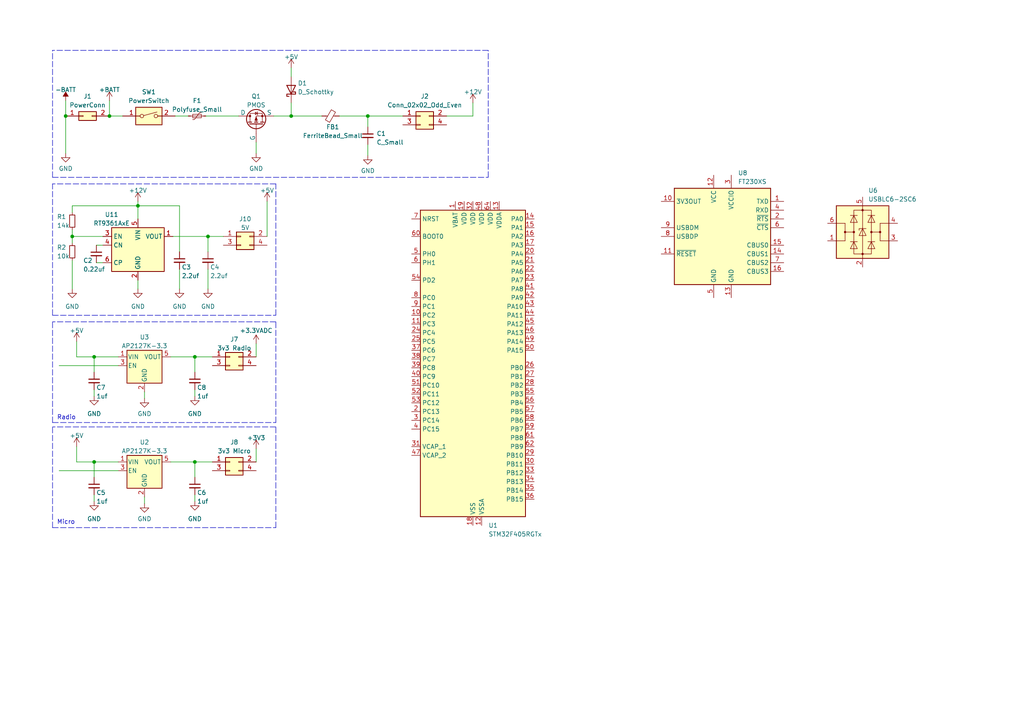
<source format=kicad_sch>
(kicad_sch (version 20230121) (generator eeschema)
  (paper "A4")
  (lib_symbols
    (symbol "Connector_Generic:Conn_02x01" (pin_names (offset 1.016) hide)
      (property "Reference" "J" (at 1.27 2.54 0))
      (property "Value" "Conn_02x01" (at 1.27 -2.54 0))
      (symbol "Conn_02x01_1_1"
        (rectangle (start -1.27 0.127) (end 0 -0.127) (stroke (width 0.1524)))
        (rectangle (start -1.27 1.27) (end 3.81 -1.27) (stroke (width 0.254)) (fill (type background)))
        (rectangle (start 3.81 0.127) (end 2.54 -0.127) (stroke (width 0.1524)))
        (pin passive line (at -5.08 0 0) (length 3.81) (name "Pin_1") (number "1"))
        (pin passive line (at 7.62 0 180) (length 3.81) (name "Pin_2") (number "2"))
      )
    )
    (symbol "Connector_Generic:Conn_02x02_Odd_Even" (pin_names (offset 1.016) hide)
      (property "Reference" "J" (at 1.27 2.54 0))
      (property "Value" "Conn_02x02_Odd_Even" (at 1.27 -5.08 0))
      (symbol "Conn_02x02_Odd_Even_1_1"
        (rectangle (start -1.27 -2.413) (end 0 -2.667) (stroke (width 0.1524)))
        (rectangle (start -1.27 0.127) (end 0 -0.127) (stroke (width 0.1524)))
        (rectangle (start -1.27 1.27) (end 3.81 -3.81) (stroke (width 0.254)) (fill (type background)))
        (rectangle (start 3.81 -2.413) (end 2.54 -2.667) (stroke (width 0.1524)))
        (rectangle (start 3.81 0.127) (end 2.54 -0.127) (stroke (width 0.1524)))
        (pin passive line (at -5.08 0 0) (length 3.81) (name "Pin_1") (number "1"))
        (pin passive line (at 7.62 0 180) (length 3.81) (name "Pin_2") (number "2"))
        (pin passive line (at -5.08 -2.54 0) (length 3.81) (name "Pin_3") (number "3"))
        (pin passive line (at 7.62 -2.54 180) (length 3.81) (name "Pin_4") (number "4"))
      )
    )
    (symbol "Device:C_Small" (pin_numbers hide) (pin_names (offset 0.254) hide)
      (property "Reference" "C" (at 0.254 1.778 0))
      (property "Value" "C_Small" (at 0.254 -2.032 0))
      (symbol "C_Small_0_1"
        (polyline (pts (xy -1.524 -0.508) (xy 1.524 -0.508)) (stroke (width 0.3302)))
        (polyline (pts (xy -1.524 0.508) (xy 1.524 0.508)) (stroke (width 0.3048)))
      )
      (symbol "C_Small_1_1"
        (pin passive line (at 0 2.54 270) (length 2.032) (name "~") (number "1"))
        (pin passive line (at 0 -2.54 90) (length 2.032) (name "~") (number "2"))
      )
    )
    (symbol "Device:D_Schottky" (pin_numbers hide) (pin_names (offset 1.016) hide)
      (property "Reference" "D" (at 0 2.54 0))
      (property "Value" "D_Schottky" (at 0 -2.54 0))
      (symbol "D_Schottky_0_1"
        (polyline (pts (xy 1.27 0) (xy -1.27 0)))
        (polyline (pts (xy 1.27 1.27) (xy 1.27 -1.27) (xy -1.27 0) (xy 1.27 1.27)) (stroke (width 0.254)))
        (polyline (pts (xy -1.905 0.635) (xy -1.905 1.27) (xy -1.27 1.27) (xy -1.27 -1.27) (xy -0.635 -1.27) (xy -0.635 -0.635)) (stroke (width 0.254)))
      )
      (symbol "D_Schottky_1_1"
        (pin passive line (at -3.81 0 0) (length 2.54) (name "K") (number "1"))
        (pin passive line (at 3.81 0 180) (length 2.54) (name "A") (number "2"))
      )
    )
    (symbol "Device:FerriteBead_Small" (pin_numbers hide) (pin_names (offset 0))
      (property "Reference" "FB" (at 1.905 1.27 0))
      (property "Value" "FerriteBead_Small" (at 1.905 -1.27 0))
      (symbol "FerriteBead_Small_0_1"
        (polyline (pts (xy 0 -1.27) (xy 0 -0.7874)))
        (polyline (pts (xy 0 0.889) (xy 0 1.2954)))
        (polyline (pts (xy -1.8288 0.2794) (xy -1.1176 1.4986) (xy 1.8288 -0.2032) (xy 1.1176 -1.4224) (xy -1.8288 0.2794)))
      )
      (symbol "FerriteBead_Small_1_1"
        (pin passive line (at 0 2.54 270) (length 1.27) (name "~") (number "1"))
        (pin passive line (at 0 -2.54 90) (length 1.27) (name "~") (number "2"))
      )
    )
    (symbol "Device:Polyfuse_Small" (pin_numbers hide) (pin_names (offset 0))
      (property "Reference" "F" (at -1.905 0 90))
      (property "Value" "Polyfuse_Small" (at 1.905 0 90))
      (symbol "Polyfuse_Small_0_1"
        (rectangle (start -0.508 1.27) (end 0.508 -1.27))
        (polyline (pts (xy 0 2.54) (xy 0 -2.54)))
        (polyline (pts (xy -1.016 1.27) (xy -1.016 0.762) (xy 1.016 -0.762) (xy 1.016 -1.27)))
      )
      (symbol "Polyfuse_Small_1_1"
        (pin passive line (at 0 2.54 270) (length 0.635) (name "~") (number "1"))
        (pin passive line (at 0 -2.54 90) (length 0.635) (name "~") (number "2"))
      )
    )
    (symbol "Device:R_Small" (pin_numbers hide) (pin_names (offset 0.254) hide)
      (property "Reference" "R" (at 0.762 0.508 0))
      (property "Value" "R_Small" (at 0.762 -1.016 0))
      (symbol "R_Small_0_1"
        (rectangle (start -0.762 1.778) (end 0.762 -1.778) (stroke (width 0.2032)))
      )
      (symbol "R_Small_1_1"
        (pin passive line (at 0 2.54 270) (length 0.762) (name "~") (number "1"))
        (pin passive line (at 0 -2.54 90) (length 0.762) (name "~") (number "2"))
      )
    )
    (symbol "Interface_USB:FT230XS"
      (property "Reference" "U" (at -13.97 15.24 0))
      (property "Value" "FT230XS" (at 7.62 15.24 0))
      (symbol "FT230XS_0_1"
        (rectangle (start -13.97 13.97) (end 13.97 -13.97) (stroke (width 0.254)) (fill (type background)))
      )
      (symbol "FT230XS_1_1"
        (pin output line (at 17.78 10.16 180) (length 3.81) (name "TXD") (number "1"))
        (pin power_out line (at -17.78 10.16 0) (length 3.81) (name "3V3OUT") (number "10"))
        (pin input line (at -17.78 -5.08 0) (length 3.81) (name "~{RESET}") (number "11"))
        (pin power_in line (at -2.54 17.78 270) (length 3.81) (name "VCC") (number "12"))
        (pin power_in line (at 2.54 -17.78 90) (length 3.81) (name "GND") (number "13"))
        (pin bidirectional line (at 17.78 -5.08 180) (length 3.81) (name "CBUS1") (number "14"))
        (pin bidirectional line (at 17.78 -2.54 180) (length 3.81) (name "CBUS0") (number "15"))
        (pin bidirectional line (at 17.78 -10.16 180) (length 3.81) (name "CBUS3") (number "16"))
        (pin output line (at 17.78 5.08 180) (length 3.81) (name "~{RTS}") (number "2"))
        (pin power_in line (at 2.54 17.78 270) (length 3.81) (name "VCCIO") (number "3"))
        (pin input line (at 17.78 7.62 180) (length 3.81) (name "RXD") (number "4"))
        (pin power_in line (at -2.54 -17.78 90) (length 3.81) (name "GND") (number "5"))
        (pin input line (at 17.78 2.54 180) (length 3.81) (name "~{CTS}") (number "6"))
        (pin bidirectional line (at 17.78 -7.62 180) (length 3.81) (name "CBUS2") (number "7"))
        (pin bidirectional line (at -17.78 0 0) (length 3.81) (name "USBDP") (number "8"))
        (pin bidirectional line (at -17.78 2.54 0) (length 3.81) (name "USBDM") (number "9"))
      )
    )
    (symbol "MCU_ST_STM32F4:STM32F405RGTx"
      (property "Reference" "U" (at -15.24 46.99 0))
      (property "Value" "STM32F405RGTx" (at 10.16 46.99 0))
      (symbol "STM32F405RGTx_0_1"
        (rectangle (start -15.24 -43.18) (end 15.24 45.72) (stroke (width 0.254)) (fill (type background)))
      )
      (symbol "STM32F405RGTx_1_1"
        (pin power_in line (at -5.08 48.26 270) (length 2.54) (name "VBAT") (number "1"))
        (pin bidirectional line (at -17.78 15.24 0) (length 2.54) (name "PC2") (number "10"))
        (pin bidirectional line (at -17.78 12.7 0) (length 2.54) (name "PC3") (number "11"))
        (pin power_in line (at 2.54 -45.72 90) (length 2.54) (name "VSSA") (number "12"))
        (pin power_in line (at 7.62 48.26 270) (length 2.54) (name "VDDA") (number "13"))
        (pin bidirectional line (at 17.78 43.18 180) (length 2.54) (name "PA0") (number "14"))
        (pin bidirectional line (at 17.78 40.64 180) (length 2.54) (name "PA1") (number "15"))
        (pin bidirectional line (at 17.78 38.1 180) (length 2.54) (name "PA2") (number "16"))
        (pin bidirectional line (at 17.78 35.56 180) (length 2.54) (name "PA3") (number "17"))
        (pin power_in line (at 0 -45.72 90) (length 2.54) (name "VSS") (number "18"))
        (pin power_in line (at -2.54 48.26 270) (length 2.54) (name "VDD") (number "19"))
        (pin bidirectional line (at -17.78 -12.7 0) (length 2.54) (name "PC13") (number "2"))
        (pin bidirectional line (at 17.78 33.02 180) (length 2.54) (name "PA4") (number "20"))
        (pin bidirectional line (at 17.78 30.48 180) (length 2.54) (name "PA5") (number "21"))
        (pin bidirectional line (at 17.78 27.94 180) (length 2.54) (name "PA6") (number "22"))
        (pin bidirectional line (at 17.78 25.4 180) (length 2.54) (name "PA7") (number "23"))
        (pin bidirectional line (at -17.78 10.16 0) (length 2.54) (name "PC4") (number "24"))
        (pin bidirectional line (at -17.78 7.62 0) (length 2.54) (name "PC5") (number "25"))
        (pin bidirectional line (at 17.78 0 180) (length 2.54) (name "PB0") (number "26"))
        (pin bidirectional line (at 17.78 -2.54 180) (length 2.54) (name "PB1") (number "27"))
        (pin bidirectional line (at 17.78 -5.08 180) (length 2.54) (name "PB2") (number "28"))
        (pin bidirectional line (at 17.78 -25.4 180) (length 2.54) (name "PB10") (number "29"))
        (pin bidirectional line (at -17.78 -15.24 0) (length 2.54) (name "PC14") (number "3"))
        (pin bidirectional line (at 17.78 -27.94 180) (length 2.54) (name "PB11") (number "30"))
        (pin power_out line (at -17.78 -22.86 0) (length 2.54) (name "VCAP_1") (number "31"))
        (pin power_in line (at 0 48.26 270) (length 2.54) (name "VDD") (number "32"))
        (pin bidirectional line (at 17.78 -30.48 180) (length 2.54) (name "PB12") (number "33"))
        (pin bidirectional line (at 17.78 -33.02 180) (length 2.54) (name "PB13") (number "34"))
        (pin bidirectional line (at 17.78 -35.56 180) (length 2.54) (name "PB14") (number "35"))
        (pin bidirectional line (at 17.78 -38.1 180) (length 2.54) (name "PB15") (number "36"))
        (pin bidirectional line (at -17.78 5.08 0) (length 2.54) (name "PC6") (number "37"))
        (pin bidirectional line (at -17.78 2.54 0) (length 2.54) (name "PC7") (number "38"))
        (pin bidirectional line (at -17.78 0 0) (length 2.54) (name "PC8") (number "39"))
        (pin bidirectional line (at -17.78 -17.78 0) (length 2.54) (name "PC15") (number "4"))
        (pin bidirectional line (at -17.78 -2.54 0) (length 2.54) (name "PC9") (number "40"))
        (pin bidirectional line (at 17.78 22.86 180) (length 2.54) (name "PA8") (number "41"))
        (pin bidirectional line (at 17.78 20.32 180) (length 2.54) (name "PA9") (number "42"))
        (pin bidirectional line (at 17.78 17.78 180) (length 2.54) (name "PA10") (number "43"))
        (pin bidirectional line (at 17.78 15.24 180) (length 2.54) (name "PA11") (number "44"))
        (pin bidirectional line (at 17.78 12.7 180) (length 2.54) (name "PA12") (number "45"))
        (pin bidirectional line (at 17.78 10.16 180) (length 2.54) (name "PA13") (number "46"))
        (pin power_out line (at -17.78 -25.4 0) (length 2.54) (name "VCAP_2") (number "47"))
        (pin power_in line (at 2.54 48.26 270) (length 2.54) (name "VDD") (number "48"))
        (pin bidirectional line (at 17.78 7.62 180) (length 2.54) (name "PA14") (number "49"))
        (pin bidirectional line (at -17.78 33.02 0) (length 2.54) (name "PH0") (number "5"))
        (pin bidirectional line (at 17.78 5.08 180) (length 2.54) (name "PA15") (number "50"))
        (pin bidirectional line (at -17.78 -5.08 0) (length 2.54) (name "PC10") (number "51"))
        (pin bidirectional line (at -17.78 -7.62 0) (length 2.54) (name "PC11") (number "52"))
        (pin bidirectional line (at -17.78 -10.16 0) (length 2.54) (name "PC12") (number "53"))
        (pin bidirectional line (at -17.78 25.4 0) (length 2.54) (name "PD2") (number "54"))
        (pin bidirectional line (at 17.78 -7.62 180) (length 2.54) (name "PB3") (number "55"))
        (pin bidirectional line (at 17.78 -10.16 180) (length 2.54) (name "PB4") (number "56"))
        (pin bidirectional line (at 17.78 -12.7 180) (length 2.54) (name "PB5") (number "57"))
        (pin bidirectional line (at 17.78 -15.24 180) (length 2.54) (name "PB6") (number "58"))
        (pin bidirectional line (at 17.78 -17.78 180) (length 2.54) (name "PB7") (number "59"))
        (pin bidirectional line (at -17.78 30.48 0) (length 2.54) (name "PH1") (number "6"))
        (pin input line (at -17.78 38.1 0) (length 2.54) (name "BOOT0") (number "60"))
        (pin bidirectional line (at 17.78 -20.32 180) (length 2.54) (name "PB8") (number "61"))
        (pin bidirectional line (at 17.78 -22.86 180) (length 2.54) (name "PB9") (number "62"))
        (pin passive line (at 0 -45.72 90) (length 2.54) hide (name "VSS") (number "63"))
        (pin power_in line (at 5.08 48.26 270) (length 2.54) (name "VDD") (number "64"))
        (pin input line (at -17.78 43.18 0) (length 2.54) (name "NRST") (number "7"))
        (pin bidirectional line (at -17.78 20.32 0) (length 2.54) (name "PC0") (number "8"))
        (pin bidirectional line (at -17.78 17.78 0) (length 2.54) (name "PC1") (number "9"))
      )
    )
    (symbol "Power_Protection:USBLC6-2SC6" (pin_names hide)
      (property "Reference" "U" (at 2.54 8.89 0))
      (property "Value" "USBLC6-2SC6" (at 2.54 -8.89 0))
      (symbol "USBLC6-2SC6_0_1"
        (rectangle (start -7.62 -7.62) (end 7.62 7.62) (stroke (width 0.254)) (fill (type background)))
        (circle (center -5.08 0) (radius 0.254) (fill (type outline)))
        (circle (center -2.54 0) (radius 0.254) (fill (type outline)))
        (rectangle (start -2.54 6.35) (end 2.54 -6.35))
        (circle (center 0 -6.35) (radius 0.254) (fill (type outline)))
        (polyline (pts (xy -5.08 -2.54) (xy -7.62 -2.54)))
        (polyline (pts (xy -5.08 0) (xy -5.08 -2.54)))
        (polyline (pts (xy -5.08 2.54) (xy -7.62 2.54)))
        (polyline (pts (xy -1.524 -2.794) (xy -3.556 -2.794)))
        (polyline (pts (xy -1.524 4.826) (xy -3.556 4.826)))
        (polyline (pts (xy 0 -7.62) (xy 0 -6.35)))
        (polyline (pts (xy 0 -6.35) (xy 0 1.27)))
        (polyline (pts (xy 0 1.27) (xy 0 6.35)))
        (polyline (pts (xy 0 6.35) (xy 0 7.62)))
        (polyline (pts (xy 1.524 -2.794) (xy 3.556 -2.794)))
        (polyline (pts (xy 1.524 4.826) (xy 3.556 4.826)))
        (polyline (pts (xy 5.08 -2.54) (xy 7.62 -2.54)))
        (polyline (pts (xy 5.08 0) (xy 5.08 -2.54)))
        (polyline (pts (xy 5.08 2.54) (xy 7.62 2.54)))
        (polyline (pts (xy -2.54 0) (xy -5.08 0) (xy -5.08 2.54)))
        (polyline (pts (xy 2.54 0) (xy 5.08 0) (xy 5.08 2.54)))
        (polyline (pts (xy -3.556 -4.826) (xy -1.524 -4.826) (xy -2.54 -2.794) (xy -3.556 -4.826)))
        (polyline (pts (xy -3.556 2.794) (xy -1.524 2.794) (xy -2.54 4.826) (xy -3.556 2.794)))
        (polyline (pts (xy -1.016 -1.016) (xy 1.016 -1.016) (xy 0 1.016) (xy -1.016 -1.016)))
        (polyline (pts (xy 1.016 1.016) (xy 0.762 1.016) (xy -1.016 1.016) (xy -1.016 0.508)))
        (polyline (pts (xy 3.556 -4.826) (xy 1.524 -4.826) (xy 2.54 -2.794) (xy 3.556 -4.826)))
        (polyline (pts (xy 3.556 2.794) (xy 1.524 2.794) (xy 2.54 4.826) (xy 3.556 2.794)))
        (circle (center 0 6.35) (radius 0.254) (fill (type outline)))
        (circle (center 2.54 0) (radius 0.254) (fill (type outline)))
        (circle (center 5.08 0) (radius 0.254) (fill (type outline)))
      )
      (symbol "USBLC6-2SC6_1_1"
        (pin passive line (at -10.16 -2.54 0) (length 2.54) (name "I/O1") (number "1"))
        (pin passive line (at 0 -10.16 90) (length 2.54) (name "GND") (number "2"))
        (pin passive line (at 10.16 -2.54 180) (length 2.54) (name "I/O2") (number "3"))
        (pin passive line (at 10.16 2.54 180) (length 2.54) (name "I/O2") (number "4"))
        (pin passive line (at 0 10.16 270) (length 2.54) (name "VBUS") (number "5"))
        (pin passive line (at -10.16 2.54 0) (length 2.54) (name "I/O1") (number "6"))
      )
    )
    (symbol "Regulator_Linear:AP2127K-3.3" (pin_names (offset 0.254))
      (property "Reference" "U" (at -5.08 5.715 0))
      (property "Value" "AP2127K-3.3" (at 0 5.715 0))
      (symbol "AP2127K-3.3_0_1"
        (rectangle (start -5.08 4.445) (end 5.08 -5.08) (stroke (width 0.254)) (fill (type background)))
      )
      (symbol "AP2127K-3.3_1_1"
        (pin power_in line (at -7.62 2.54 0) (length 2.54) (name "VIN") (number "1"))
        (pin power_in line (at 0 -7.62 90) (length 2.54) (name "GND") (number "2"))
        (pin input line (at -7.62 0 0) (length 2.54) (name "EN") (number "3"))
        (pin no_connect line (at 5.08 0 180) (length 2.54) hide (name "NC") (number "4"))
        (pin power_out line (at 7.62 2.54 180) (length 2.54) (name "VOUT") (number "5"))
      )
    )
    (symbol "Regulator_SwitchedCapacitor:RT9361AxE"
      (property "Reference" "U" (at -6.35 6.35 0))
      (property "Value" "RT9361AxE" (at 6.35 6.35 0))
      (symbol "RT9361AxE_1_1"
        (rectangle (start -7.62 5.08) (end 7.62 -7.62) (stroke (width 0.254)) (fill (type background)))
        (pin power_out line (at 10.16 2.54 180) (length 2.54) (name "VOUT") (number "1"))
        (pin power_in line (at 0 -10.16 90) (length 2.54) (name "GND") (number "2"))
        (pin input line (at -10.16 2.54 0) (length 2.54) (name "EN") (number "3"))
        (pin passive line (at -10.16 0 0) (length 2.54) (name "CN") (number "4"))
        (pin power_in line (at 0 7.62 270) (length 2.54) (name "VIN") (number "5"))
        (pin passive line (at -10.16 -5.08 0) (length 2.54) (name "CP") (number "6"))
      )
    )
    (symbol "Simulation_SPICE:PMOS" (pin_numbers hide) (pin_names (offset 0))
      (property "Reference" "Q" (at 5.08 1.27 0))
      (property "Value" "PMOS" (at 5.08 -1.27 0))
      (symbol "PMOS_0_1"
        (polyline (pts (xy 0.254 0) (xy -2.54 0)))
        (polyline (pts (xy 0.254 1.905) (xy 0.254 -1.905)) (stroke (width 0.254)))
        (polyline (pts (xy 0.762 -1.27) (xy 0.762 -2.286)) (stroke (width 0.254)))
        (polyline (pts (xy 0.762 0.508) (xy 0.762 -0.508)) (stroke (width 0.254)))
        (polyline (pts (xy 0.762 2.286) (xy 0.762 1.27)) (stroke (width 0.254)))
        (polyline (pts (xy 2.54 2.54) (xy 2.54 1.778)))
        (polyline (pts (xy 2.54 -2.54) (xy 2.54 0) (xy 0.762 0)))
        (polyline (pts (xy 0.762 1.778) (xy 3.302 1.778) (xy 3.302 -1.778) (xy 0.762 -1.778)))
        (polyline (pts (xy 2.286 0) (xy 1.27 0.381) (xy 1.27 -0.381) (xy 2.286 0)) (fill (type outline)))
        (polyline (pts (xy 2.794 -0.508) (xy 2.921 -0.381) (xy 3.683 -0.381) (xy 3.81 -0.254)))
        (polyline (pts (xy 3.302 -0.381) (xy 2.921 0.254) (xy 3.683 0.254) (xy 3.302 -0.381)))
        (circle (center 1.651 0) (radius 2.794) (stroke (width 0.254)))
        (circle (center 2.54 -1.778) (radius 0.254) (fill (type outline)))
        (circle (center 2.54 1.778) (radius 0.254) (fill (type outline)))
      )
      (symbol "PMOS_1_1"
        (pin passive line (at 2.54 5.08 270) (length 2.54) (name "D") (number "1"))
        (pin input line (at -5.08 0 0) (length 2.54) (name "G") (number "2"))
        (pin passive line (at 2.54 -5.08 90) (length 2.54) (name "S") (number "3"))
      )
    )
    (symbol "Switch:SW_DIP_x01" (pin_names (offset 0) hide)
      (property "Reference" "SW" (at 0 3.81 0))
      (property "Value" "SW_DIP_x01" (at 0 -3.81 0))
      (symbol "SW_DIP_x01_0_0"
        (circle (center -2.032 0) (radius 0.508))
        (polyline (pts (xy -1.524 0.127) (xy 2.3622 1.1684)))
        (circle (center 2.032 0) (radius 0.508))
      )
      (symbol "SW_DIP_x01_0_1"
        (rectangle (start -3.81 2.54) (end 3.81 -2.54) (stroke (width 0.254)) (fill (type background)))
      )
      (symbol "SW_DIP_x01_1_1"
        (pin passive line (at -7.62 0 0) (length 5.08) (name "~") (number "1"))
        (pin passive line (at 7.62 0 180) (length 5.08) (name "~") (number "2"))
      )
    )
    (symbol "power:+12V" (power) (pin_names (offset 0))
      (property "Value" "+12V" (at 0 3.556 0))
      (symbol "+12V_0_1"
        (polyline (pts (xy -0.762 1.27) (xy 0 2.54)))
        (polyline (pts (xy 0 0) (xy 0 2.54)))
        (polyline (pts (xy 0 2.54) (xy 0.762 1.27)))
      )
      (symbol "+12V_1_1"
        (pin power_in line (at 0 0 90) (length 0) hide (name "+12V") (number "1"))
      )
    )
    (symbol "power:+3.3VADC" (power) (pin_names (offset 0))
      (property "Value" "+3.3VADC" (at 0 2.54 0))
      (symbol "+3.3VADC_0_0"
        (pin power_in line (at 0 0 90) (length 0) hide (name "+3.3VADC") (number "1"))
      )
      (symbol "+3.3VADC_0_1"
        (polyline (pts (xy -0.762 1.27) (xy 0 2.54)))
        (polyline (pts (xy 0 0) (xy 0 2.54)))
        (polyline (pts (xy 0 2.54) (xy 0.762 1.27)))
      )
    )
    (symbol "power:+3V3" (power) (pin_names (offset 0))
      (property "Value" "+3V3" (at 0 3.556 0))
      (symbol "+3V3_0_1"
        (polyline (pts (xy -0.762 1.27) (xy 0 2.54)))
        (polyline (pts (xy 0 0) (xy 0 2.54)))
        (polyline (pts (xy 0 2.54) (xy 0.762 1.27)))
      )
      (symbol "+3V3_1_1"
        (pin power_in line (at 0 0 90) (length 0) hide (name "+3V3") (number "1"))
      )
    )
    (symbol "power:+5V" (power) (pin_names (offset 0))
      (property "Value" "+5V" (at 0 3.556 0))
      (symbol "+5V_0_1"
        (polyline (pts (xy -0.762 1.27) (xy 0 2.54)))
        (polyline (pts (xy 0 0) (xy 0 2.54)))
        (polyline (pts (xy 0 2.54) (xy 0.762 1.27)))
      )
      (symbol "+5V_1_1"
        (pin power_in line (at 0 0 90) (length 0) hide (name "+5V") (number "1"))
      )
    )
    (symbol "power:+BATT" (power) (pin_names (offset 0))
      (property "Value" "+BATT" (at 0 3.556 0))
      (symbol "+BATT_0_1"
        (polyline (pts (xy -0.762 1.27) (xy 0 2.54)))
        (polyline (pts (xy 0 0) (xy 0 2.54)))
        (polyline (pts (xy 0 2.54) (xy 0.762 1.27)))
      )
      (symbol "+BATT_1_1"
        (pin power_in line (at 0 0 90) (length 0) hide (name "+BATT") (number "1"))
      )
    )
    (symbol "power:-BATT" (power) (pin_names (offset 0))
      (property "Value" "-BATT" (at 0 3.556 0))
      (symbol "-BATT_0_1"
        (polyline (pts (xy 0 0) (xy 0 2.54)))
        (polyline (pts (xy 0.762 1.27) (xy -0.762 1.27) (xy 0 2.54) (xy 0.762 1.27)) (fill (type outline)))
      )
      (symbol "-BATT_1_1"
        (pin power_in line (at 0 0 90) (length 0) hide (name "-BATT") (number "1"))
      )
    )
    (symbol "power:GND" (power) (pin_names (offset 0))
      (property "Value" "GND" (at 0 -3.81 0))
      (symbol "GND_0_1"
        (polyline (pts (xy 0 0) (xy 0 -1.27) (xy 1.27 -1.27) (xy 0 -2.54) (xy -1.27 -1.27) (xy 0 -1.27)))
      )
      (symbol "GND_1_1"
        (pin power_in line (at 0 0 270) (length 0) hide (name "GND") (number "1"))
      )
    )
  )
  (junction (at 20.955 68.58))
  (junction (at 56.515 103.505))
  (junction (at 40.005 59.69))
  (junction (at 19.05 33.655))
  (junction (at 60.325 68.58))
  (junction (at 106.68 33.655))
  (junction (at 31.75 33.655))
  (junction (at 56.515 133.985))
  (junction (at 27.305 133.985))
  (junction (at 84.455 33.655))
  (junction (at 27.305 103.505))
  (wire (pts (xy 52.07 59.69) (xy 52.07 73.025)))
  (wire (pts (xy 106.68 41.91) (xy 106.68 45.085)))
  (polyline (pts (xy 80.01 153.035) (xy 80.01 123.825)) (stroke (width 0) (type dash)))
  (wire (pts (xy 61.595 103.505) (xy 56.515 103.505)))
  (wire (pts (xy 74.295 41.275) (xy 74.295 44.45)))
  (wire (pts (xy 60.325 78.105) (xy 60.325 83.82)))
  (wire (pts (xy 27.305 113.03) (xy 27.305 114.935)))
  (wire (pts (xy 34.29 133.985) (xy 27.305 133.985)))
  (wire (pts (xy 20.955 59.69) (xy 40.005 59.69)))
  (wire (pts (xy 60.325 68.58) (xy 64.77 68.58)))
  (wire (pts (xy 22.225 99.06) (xy 22.225 103.505)))
  (wire (pts (xy 59.69 33.655) (xy 69.215 33.655)))
  (wire (pts (xy 84.455 19.685) (xy 84.455 22.225)))
  (wire (pts (xy 27.305 103.505) (xy 22.225 103.505)))
  (wire (pts (xy 20.955 66.675) (xy 20.955 68.58)))
  (polyline (pts (xy 141.605 51.435) (xy 141.605 14.605)) (stroke (width 0) (type dash)))
  (polyline (pts (xy 15.24 122.555) (xy 80.01 122.555)) (stroke (width 0) (type dash)))
  (polyline (pts (xy 80.01 122.555) (xy 80.01 93.345)) (stroke (width 0) (type dash)))
  (polyline (pts (xy 15.24 122.555) (xy 15.24 93.345)) (stroke (width 0) (type dash)))
  (wire (pts (xy 20.955 75.565) (xy 20.955 83.82)))
  (wire (pts (xy 41.91 113.665) (xy 41.91 115.57)))
  (polyline (pts (xy 15.24 51.435) (xy 15.24 14.605)) (stroke (width 0) (type dash)))
  (polyline (pts (xy 80.01 123.825) (xy 15.24 123.825)) (stroke (width 0) (type dash)))
  (wire (pts (xy 22.225 129.54) (xy 22.225 133.985)))
  (wire (pts (xy 19.05 29.21) (xy 19.05 33.655)))
  (wire (pts (xy 17.145 136.525) (xy 34.29 136.525)))
  (wire (pts (xy 31.75 33.655) (xy 35.56 33.655)))
  (wire (pts (xy 74.295 130.175) (xy 74.295 133.985)))
  (wire (pts (xy 41.91 144.145) (xy 41.91 146.05)))
  (wire (pts (xy 129.54 33.655) (xy 137.16 33.655)))
  (wire (pts (xy 31.75 29.21) (xy 31.75 33.655)))
  (wire (pts (xy 106.68 33.655) (xy 106.68 36.83)))
  (wire (pts (xy 56.515 103.505) (xy 56.515 107.95)))
  (wire (pts (xy 50.165 68.58) (xy 60.325 68.58)))
  (wire (pts (xy 60.325 68.58) (xy 60.325 73.025)))
  (wire (pts (xy 52.07 78.105) (xy 52.07 83.82)))
  (wire (pts (xy 27.305 133.985) (xy 22.225 133.985)))
  (polyline (pts (xy 15.24 91.44) (xy 15.24 53.34)) (stroke (width 0) (type dash)))
  (wire (pts (xy 40.005 59.69) (xy 40.005 63.5)))
  (wire (pts (xy 34.29 103.505) (xy 27.305 103.505)))
  (wire (pts (xy 40.005 59.69) (xy 52.07 59.69)))
  (wire (pts (xy 17.145 106.045) (xy 34.29 106.045)))
  (polyline (pts (xy 141.605 14.605) (xy 15.24 14.605)) (stroke (width 0) (type dash)))
  (wire (pts (xy 40.005 81.28) (xy 40.005 83.82)))
  (polyline (pts (xy 15.24 153.035) (xy 15.24 123.825)) (stroke (width 0) (type dash)))
  (wire (pts (xy 27.305 103.505) (xy 27.305 107.95)))
  (wire (pts (xy 84.455 33.655) (xy 93.345 33.655)))
  (polyline (pts (xy 15.24 91.44) (xy 80.01 91.44)) (stroke (width 0) (type dash)))
  (wire (pts (xy 77.47 58.42) (xy 77.47 68.58)))
  (wire (pts (xy 106.68 33.655) (xy 116.84 33.655)))
  (wire (pts (xy 74.295 99.695) (xy 74.295 103.505)))
  (polyline (pts (xy 80.01 53.34) (xy 15.24 53.34)) (stroke (width 0) (type dash)))
  (wire (pts (xy 20.955 59.69) (xy 20.955 61.595)))
  (polyline (pts (xy 80.01 91.44) (xy 80.01 53.34)) (stroke (width 0) (type dash)))
  (wire (pts (xy 27.305 133.985) (xy 27.305 138.43)))
  (wire (pts (xy 56.515 113.03) (xy 56.515 114.935)))
  (wire (pts (xy 56.515 133.985) (xy 56.515 138.43)))
  (wire (pts (xy 56.515 143.51) (xy 56.515 145.415)))
  (wire (pts (xy 20.955 68.58) (xy 20.955 70.485)))
  (wire (pts (xy 137.16 29.845) (xy 137.16 33.655)))
  (wire (pts (xy 56.515 133.985) (xy 49.53 133.985)))
  (polyline (pts (xy 15.24 153.035) (xy 80.01 153.035)) (stroke (width 0) (type dash)))
  (wire (pts (xy 19.05 33.655) (xy 19.05 44.45)))
  (wire (pts (xy 27.305 143.51) (xy 27.305 145.415)))
  (polyline (pts (xy 80.01 93.345) (xy 15.24 93.345)) (stroke (width 0) (type dash)))
  (wire (pts (xy 84.455 29.845) (xy 84.455 33.655)))
  (wire (pts (xy 56.515 103.505) (xy 49.53 103.505)))
  (wire (pts (xy 27.94 71.12) (xy 29.845 71.12)))
  (polyline (pts (xy 15.24 51.435) (xy 141.605 51.435)) (stroke (width 0) (type dash)))
  (wire (pts (xy 20.955 68.58) (xy 29.845 68.58)))
  (wire (pts (xy 98.425 33.655) (xy 106.68 33.655)))
  (wire (pts (xy 79.375 33.655) (xy 84.455 33.655)))
  (wire (pts (xy 27.94 76.2) (xy 29.845 76.2)))
  (wire (pts (xy 50.8 33.655) (xy 54.61 33.655)))
  (wire (pts (xy 40.005 58.42) (xy 40.005 59.69)))
  (wire (pts (xy 61.595 133.985) (xy 56.515 133.985)))
  (text "Radio\n" (at 16.51 121.92 0) (effects (font (size 1.27 1.27)) (justify left bottom)))
  (text "Micro\n\n" (at 16.51 154.305 0) (effects (font (size 1.27 1.27)) (justify left bottom)))
  (symbol (lib_id "Device:C_Small") (at 27.305 110.49 0) (unit 1)
    (property "Reference" "C7" (at 27.94 112.395 0) (effects (justify left)))
    (property "Value" "1uf" (at 27.94 114.935 0) (effects (justify left)))
  )
  (symbol (lib_id "Device:R_Small") (at 20.955 73.025 0) (unit 1)
    (property "Reference" "R2" (at 16.51 71.755 0) (effects (justify left)))
    (property "Value" "10k" (at 16.51 74.295 0) (effects (justify left)))
  )
  (symbol (lib_id "power:GND") (at 106.68 45.085 0) (unit 1)
    (property "Reference" "#PWR03" (effects hide))
    (property "Value" "GND" (at 106.68 49.53 0))
  )
  (symbol (lib_id "power:+12V") (at 40.005 58.42 0) (unit 1)
    (property "Reference" "#PWR08" (effects hide))
    (property "Value" "+12V" (at 40.005 55.245 0))
  )
  (symbol (lib_id "Device:FerriteBead_Small") (at 95.885 33.655 90) (unit 1)
    (property "Reference" "FB1" (at 96.52 36.83 90))
    (property "Value" "FerriteBead_Small" (at 96.52 39.37 90))
  )
  (symbol (lib_id "power:GND") (at 60.325 83.82 0) (unit 1)
    (property "Reference" "#PWR013" (effects hide))
    (property "Value" "GND" (at 60.325 88.9 0))
  )
  (symbol (lib_id "power:+5V") (at 22.225 129.54 0) (unit 1)
    (property "Reference" "#PWR014" (effects hide))
    (property "Value" "+5V" (at 22.225 126.365 0))
  )
  (symbol (lib_id "Device:C_Small") (at 60.325 75.565 0) (unit 1)
    (property "Reference" "C4" (at 60.96 77.47 0) (effects (justify left)))
    (property "Value" "2.2uf" (at 60.96 80.01 0) (effects (justify left)))
  )
  (symbol (lib_id "Connector_Generic:Conn_02x02_Odd_Even") (at 69.85 68.58 0) (unit 1)
    (property "Reference" "J10" (at 71.12 63.5 0))
    (property "Value" "5V" (at 71.12 66.04 0))
  )
  (symbol (lib_id "power:GND") (at 27.305 114.935 0) (unit 1)
    (property "Reference" "#PWR021" (effects hide))
    (property "Value" "GND" (at 27.305 120.015 0))
  )
  (symbol (lib_id "power:+12V") (at 137.16 29.845 0) (unit 1)
    (property "Reference" "#PWR07" (effects hide))
    (property "Value" "+12V" (at 137.16 26.67 0))
  )
  (symbol (lib_id "power:GND") (at 41.91 146.05 0) (unit 1)
    (property "Reference" "#PWR018" (effects hide))
    (property "Value" "GND" (at 41.91 150.495 0))
  )
  (symbol (lib_id "Regulator_Linear:AP2127K-3.3") (at 41.91 106.045 0) (unit 1)
    (property "Reference" "U3" (at 41.91 97.79 0))
    (property "Value" "AP2127K-3.3" (at 41.91 100.33 0))
    (property "Footprint" "Package_TO_SOT_SMD:SOT-23-5" (effects hide))
    (property "Datasheet" "https://www.diodes.com/assets/Datasheets/AP2127.pdf" (effects hide))
  )
  (symbol (lib_id "Connector_Generic:Conn_02x02_Odd_Even") (at 66.675 103.505 0) (unit 1)
    (property "Reference" "J7" (at 67.945 98.425 0))
    (property "Value" "3v3 Radio" (at 67.945 100.965 0))
  )
  (symbol (lib_id "power:GND") (at 40.005 83.82 0) (unit 1)
    (property "Reference" "#PWR09" (effects hide))
    (property "Value" "GND" (at 40.005 88.9 0))
  )
  (symbol (lib_id "Connector_Generic:Conn_02x02_Odd_Even") (at 66.675 133.985 0) (unit 1)
    (property "Reference" "J8" (at 67.945 128.27 0))
    (property "Value" "3v3 Micro" (at 67.945 130.81 0))
  )
  (symbol (lib_id "Interface_USB:FT230XS") (at 209.55 68.58 0) (unit 1)
    (property "Reference" "U8" (at 214.0459 50.165 0) (effects (justify left)))
    (property "Value" "FT230XS" (at 214.0459 52.705 0) (effects (justify left)))
    (property "Footprint" "Package_SO:SSOP-16_3.9x4.9mm_P0.635mm" (effects hide))
    (property "Datasheet" "https://www.ftdichip.com/Support/Documents/DataSheets/ICs/DS_FT230X.pdf" (effects hide))
  )
  (symbol (lib_id "power:+3.3VADC") (at 74.295 99.695 0) (unit 1)
    (property "Reference" "#PWR024" (effects hide))
    (property "Value" "+3.3VADC" (at 74.295 95.885 0))
  )
  (symbol (lib_id "Regulator_Linear:AP2127K-3.3") (at 41.91 136.525 0) (unit 1)
    (property "Reference" "U2" (at 41.91 128.27 0))
    (property "Value" "AP2127K-3.3" (at 41.91 130.81 0))
    (property "Footprint" "Package_TO_SOT_SMD:SOT-23-5" (effects hide))
    (property "Datasheet" "https://www.diodes.com/assets/Datasheets/AP2127.pdf" (effects hide))
  )
  (symbol (lib_id "Switch:SW_DIP_x01") (at 43.18 33.655 0) (unit 1)
    (property "Reference" "SW1" (at 43.18 26.67 0))
    (property "Value" "PowerSwitch" (at 43.18 29.21 0))
  )
  (symbol (lib_id "power:+5V") (at 84.455 19.685 0) (unit 1)
    (property "Reference" "#PWR02" (effects hide))
    (property "Value" "+5V" (at 84.455 16.51 0))
  )
  (symbol (lib_id "Simulation_SPICE:PMOS") (at 74.295 36.195 90) (unit 1)
    (property "Reference" "Q1" (at 74.295 27.94 90))
    (property "Value" "PMOS" (at 74.295 30.48 90))
    (property "Datasheet" "https://ngspice.sourceforge.io/docs/ngspice-manual.pdf" (effects hide))
    (property "Sim.Device" "PMOS" (effects hide))
    (property "Sim.Type" "VDMOS" (effects hide))
    (property "Sim.Pins" "1=D 2=G 3=S" (effects hide))
  )
  (symbol (lib_id "power:GND") (at 20.955 83.82 0) (unit 1)
    (property "Reference" "#PWR011" (effects hide))
    (property "Value" "GND" (at 20.955 88.9 0))
  )
  (symbol (lib_id "Device:C_Small") (at 56.515 110.49 0) (unit 1)
    (property "Reference" "C8" (at 57.15 112.395 0) (effects (justify left)))
    (property "Value" "1uf" (at 57.15 114.935 0) (effects (justify left)))
  )
  (symbol (lib_id "Device:C_Small") (at 52.07 75.565 0) (unit 1)
    (property "Reference" "C3" (at 52.705 77.47 0) (effects (justify left)))
    (property "Value" "2.2uf" (at 52.705 80.01 0) (effects (justify left)))
  )
  (symbol (lib_id "Device:Polyfuse_Small") (at 57.15 33.655 90) (unit 1)
    (property "Reference" "F1" (at 57.15 29.21 90))
    (property "Value" "Polyfuse_Small" (at 57.15 31.75 90))
  )
  (symbol (lib_id "Device:R_Small") (at 20.955 64.135 0) (unit 1)
    (property "Reference" "R1" (at 16.51 62.865 0) (effects (justify left)))
    (property "Value" "14k" (at 16.51 65.405 0) (effects (justify left)))
  )
  (symbol (lib_id "Power_Protection:USBLC6-2SC6") (at 250.19 67.31 0) (unit 1)
    (property "Reference" "U6" (at 251.8411 55.245 0) (effects (justify left)))
    (property "Value" "USBLC6-2SC6" (at 251.8411 57.785 0) (effects (justify left)))
    (property "Footprint" "Package_TO_SOT_SMD:SOT-23-6" (effects hide))
    (property "Datasheet" "https://www.st.com/resource/en/datasheet/usblc6-2.pdf" (effects hide))
  )
  (symbol (lib_id "power:GND") (at 27.305 145.415 0) (unit 1)
    (property "Reference" "#PWR016" (effects hide))
    (property "Value" "GND" (at 27.305 150.495 0))
  )
  (symbol (lib_id "power:GND") (at 56.515 145.415 0) (unit 1)
    (property "Reference" "#PWR017" (effects hide))
    (property "Value" "GND" (at 56.515 150.495 0))
  )
  (symbol (lib_id "Regulator_SwitchedCapacitor:RT9361AxE") (at 40.005 71.12 0) (unit 1)
    (property "Reference" "U11" (at 32.385 62.23 0))
    (property "Value" "RT9361AxE" (at 32.385 64.77 0))
    (property "Footprint" "Package_TO_SOT_SMD:SOT-23-6" (effects hide))
    (property "Datasheet" "https://www.richtek.com/assets/product_file/RT9361A=RT9361B/DS9361AB-14.pdf" (effects hide))
  )
  (symbol (lib_id "Device:D_Schottky") (at 84.455 26.035 90) (unit 1)
    (property "Reference" "D1" (at 86.36 24.13 90) (effects (justify right)))
    (property "Value" "D_Schottky" (at 86.36 26.67 90) (effects (justify right)))
  )
  (symbol (lib_id "Device:C_Small") (at 27.94 73.66 0) (unit 1)
    (property "Reference" "C2" (at 24.13 75.565 0) (effects (justify left)))
    (property "Value" "0.22uf" (at 24.13 78.105 0) (effects (justify left)))
  )
  (symbol (lib_id "power:GND") (at 56.515 114.935 0) (unit 1)
    (property "Reference" "#PWR022" (effects hide))
    (property "Value" "GND" (at 56.515 120.015 0))
  )
  (symbol (lib_id "power:GND") (at 74.295 44.45 0) (unit 1)
    (property "Reference" "#PWR04" (effects hide))
    (property "Value" "GND" (at 74.295 48.895 0))
  )
  (symbol (lib_id "power:GND") (at 41.91 115.57 0) (unit 1)
    (property "Reference" "#PWR023" (effects hide))
    (property "Value" "GND" (at 41.91 120.015 0))
  )
  (symbol (lib_id "power:+5V") (at 77.47 58.42 0) (unit 1)
    (property "Reference" "#PWR010" (effects hide))
    (property "Value" "+5V" (at 77.47 55.245 0))
  )
  (symbol (lib_id "Connector_Generic:Conn_02x01") (at 24.13 33.655 0) (unit 1)
    (property "Reference" "J1" (at 25.4 27.94 0))
    (property "Value" "PowerConn" (at 25.4 30.48 0))
  )
  (symbol (lib_id "power:GND") (at 52.07 83.82 0) (unit 1)
    (property "Reference" "#PWR012" (effects hide))
    (property "Value" "GND" (at 52.07 88.9 0))
  )
  (symbol (lib_id "Device:C_Small") (at 56.515 140.97 0) (unit 1)
    (property "Reference" "C6" (at 57.15 142.875 0) (effects (justify left)))
    (property "Value" "1uf" (at 57.15 145.415 0) (effects (justify left)))
  )
  (symbol (lib_id "power:+3V3") (at 74.295 130.175 0) (unit 1)
    (property "Reference" "#PWR015" (effects hide))
    (property "Value" "+3V3" (at 74.295 127 0))
  )
  (symbol (lib_id "Device:C_Small") (at 27.305 140.97 0) (unit 1)
    (property "Reference" "C5" (at 27.94 142.875 0) (effects (justify left)))
    (property "Value" "1uf" (at 27.94 145.415 0) (effects (justify left)))
  )
  (symbol (lib_id "power:GND") (at 19.05 44.45 0) (unit 1)
    (property "Reference" "#PWR06" (effects hide))
    (property "Value" "GND" (at 19.05 48.895 0))
  )
  (symbol (lib_id "power:+BATT") (at 31.75 29.21 0) (unit 1)
    (property "Reference" "#PWR01" (effects hide))
    (property "Value" "+BATT" (at 31.75 26.035 0))
  )
  (symbol (lib_id "Connector_Generic:Conn_02x02_Odd_Even") (at 121.92 33.655 0) (unit 1)
    (property "Reference" "J2" (at 123.19 27.94 0))
    (property "Value" "Conn_02x02_Odd_Even" (at 123.19 30.48 0))
  )
  (symbol (lib_id "power:+5V") (at 22.225 99.06 0) (unit 1)
    (property "Reference" "#PWR019" (effects hide))
    (property "Value" "+5V" (at 22.225 95.885 0))
  )
  (symbol (lib_id "MCU_ST_STM32F4:STM32F405RGTx") (at 137.16 106.68 0) (unit 1)
    (property "Reference" "U1" (at 141.6559 152.4 0) (effects (justify left)))
    (property "Value" "STM32F405RGTx" (at 141.6559 154.94 0) (effects (justify left)))
    (property "Footprint" "Package_QFP:LQFP-64_10x10mm_P0.5mm" (effects hide))
    (property "Datasheet" "https://www.st.com/resource/en/datasheet/stm32f405rg.pdf" (effects hide))
  )
  (symbol (lib_id "power:-BATT") (at 19.05 29.21 0) (unit 1)
    (property "Reference" "#PWR05" (effects hide))
    (property "Value" "-BATT" (at 19.05 26.035 0))
  )
  (symbol (lib_id "Device:C_Small") (at 106.68 39.37 0) (unit 1)
    (property "Reference" "C1" (at 109.22 38.7413 0) (effects (justify left)))
    (property "Value" "C_Small" (at 109.22 41.2813 0) (effects (justify left)))
  )
)
</source>
